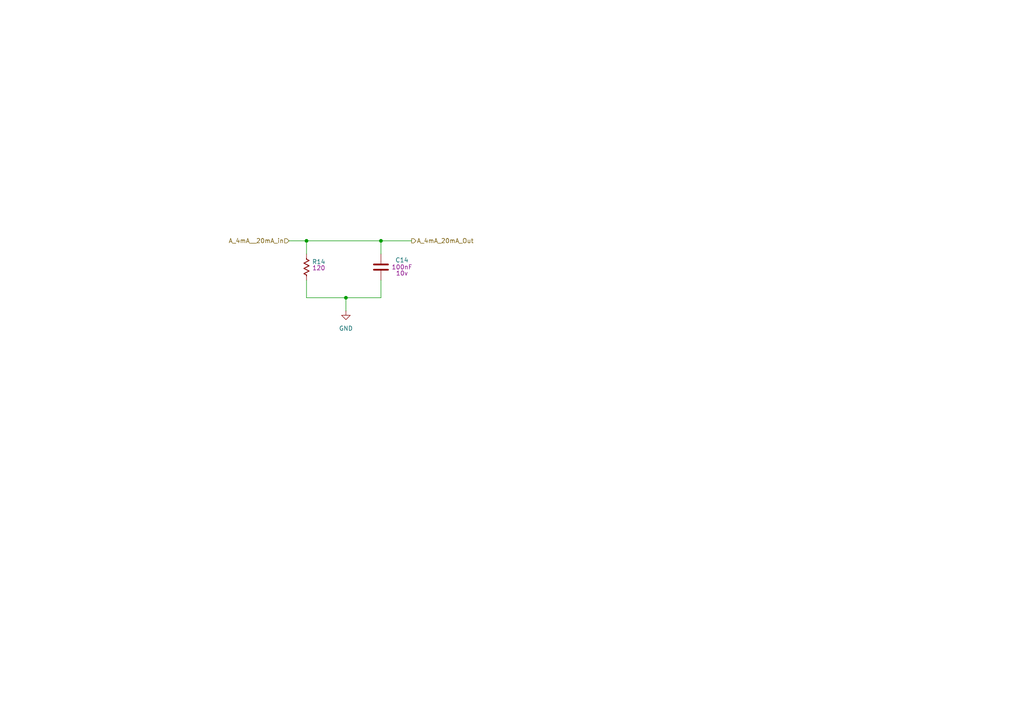
<source format=kicad_sch>
(kicad_sch (version 20250114) (generator "eeschema") (generator_version "9.0")
  (paper "A4")
  (lib_symbols
    (symbol "PCM_Capacitor_US_AKL:C_0603" (pin_numbers (hide yes)) (pin_names (offset 0.254))
      (property "Reference" "C" (at 0.635 2.54 0))
      (property "Value" "C_0603" (at 0.635 -2.54 0))
      (symbol "C_0603_0_1"
        (polyline (pts (xy -2.032 0.762) (xy 2.032 0.762)) (stroke (width 0.508)))
        (polyline (pts (xy -2.032 -0.762) (xy 2.032 -0.762)) (stroke (width 0.508)))
      )
      (symbol "C_0603_0_2"
        (polyline (pts (xy -2.54 -2.54) (xy -0.381 -0.381)))
        (polyline (pts (xy -0.508 -0.508) (xy -1.651 0.635)) (stroke (width 0.508)))
        (polyline (pts (xy -0.508 -0.508) (xy 0.635 -1.651)) (stroke (width 0.508)))
        (polyline (pts (xy 0.381 0.381) (xy 2.54 2.54)))
        (polyline (pts (xy 0.508 0.508) (xy -0.635 1.651)) (stroke (width 0.508)))
        (polyline (pts (xy 0.508 0.508) (xy 1.651 -0.635)) (stroke (width 0.508)))
      )
      (symbol "C_0603_1_1"
        (pin passive line (at 0 3.81 270) (length 2.794) (name "~") (number "1"))
        (pin passive line (at 0 -3.81 90) (length 2.794) (name "~") (number "2"))
      )
      (symbol "C_0603_1_2"
        (pin passive line (at -2.54 -2.54 90) (length 0) (name "~") (number "2"))
        (pin passive line (at 2.54 2.54 270) (length 0) (name "~") (number "1"))
      )
    )
    (symbol "PCM_Resistor_US_AKL:R_0603" (pin_numbers (hide yes)) (pin_names (offset 0))
      (property "Reference" "R" (at 2.54 1.27 0))
      (property "Value" "R_0603" (at 2.54 -1.27 0))
      (symbol "R_0603_0_1"
        (polyline (pts (xy 0 2.286) (xy 0 2.54)) (stroke (width 0.254)))
        (polyline (pts (xy 0 2.286) (xy 0.762 1.905) (xy -0.762 1.143) (xy 0 0.762) (xy 0.762 0.381) (xy 0 0) (xy -0.762 -0.381) (xy 0 -0.762) (xy 0.762 -1.143) (xy 0 -1.524) (xy -0.762 -1.905) (xy 0 -2.286)) (stroke (width 0.254)))
        (polyline (pts (xy 0 -2.286) (xy 0 -2.54)) (stroke (width 0.254)))
      )
      (symbol "R_0603_0_2"
        (polyline (pts (xy -2.54 -2.54) (xy -1.778 -1.778)))
        (polyline (pts (xy -1.778 -1.778) (xy -1.524 -1.524)) (stroke (width 0.254)))
        (polyline (pts (xy -1.524 -1.524) (xy -1.778 -0.762) (xy -1.016 -1.016)) (stroke (width 0.254)))
        (polyline (pts (xy -0.508 -0.508) (xy -0.762 0.254) (xy 0 0)) (stroke (width 0.254)))
        (polyline (pts (xy -0.508 -0.508) (xy -0.254 -1.27) (xy -1.016 -1.016)) (stroke (width 0.254)))
        (polyline (pts (xy 0.508 0.508) (xy 0.254 1.27) (xy 1.016 1.016)) (stroke (width 0.254)))
        (polyline (pts (xy 0.508 0.508) (xy 0.762 -0.254) (xy 0 0)) (stroke (width 0.254)))
        (polyline (pts (xy 1.524 1.524) (xy 1.778 0.762) (xy 1.016 1.016)) (stroke (width 0.254)))
        (polyline (pts (xy 1.778 1.778) (xy 1.524 1.524)) (stroke (width 0.254)))
        (polyline (pts (xy 1.778 1.778) (xy 2.54 2.54)))
      )
      (symbol "R_0603_1_1"
        (pin passive line (at 0 3.81 270) (length 1.27) (name "~") (number "1"))
        (pin passive line (at 0 -3.81 90) (length 1.27) (name "~") (number "2"))
      )
      (symbol "R_0603_1_2"
        (pin passive line (at -2.54 -2.54 0) (length 0) (name "") (number "2"))
        (pin passive line (at 2.54 2.54 180) (length 0) (name "") (number "1"))
      )
    )
    (symbol "power:GND" (power) (pin_numbers (hide yes)) (pin_names (offset 0) (hide yes))
      (property "Value" "GND" (at 0 -3.81 0))
      (symbol "GND_0_1"
        (polyline (pts (xy 0 0) (xy 0 -1.27) (xy 1.27 -1.27) (xy 0 -2.54) (xy -1.27 -1.27) (xy 0 -1.27)))
      )
      (symbol "GND_1_1"
        (pin power_in line (at 0 0 270) (length 0) (name "~") (number "1"))
      )
    )
  )
  (junction (at 100.33 86.36))
  (junction (at 110.49 69.85))
  (junction (at 88.9 69.85))
  (wire (pts (xy 88.9 81.28) (xy 88.9 86.36)))
  (wire (pts (xy 110.49 81.28) (xy 110.49 86.36)))
  (wire (pts (xy 110.49 69.85) (xy 88.9 69.85)))
  (wire (pts (xy 100.33 86.36) (xy 110.49 86.36)))
  (wire (pts (xy 88.9 73.66) (xy 88.9 69.85)))
  (wire (pts (xy 88.9 69.85) (xy 83.82 69.85)))
  (wire (pts (xy 100.33 86.36) (xy 100.33 90.17)))
  (wire (pts (xy 88.9 86.36) (xy 100.33 86.36)))
  (wire (pts (xy 110.49 69.85) (xy 110.49 73.66)))
  (wire (pts (xy 110.49 69.85) (xy 119.38 69.85)))
  (hierarchical_label "A_4mA__20mA_in" (shape input) (at 83.82 69.85 180))
  (hierarchical_label "A_4mA_20mA_Out" (shape output) (at 119.38 69.85 0))
  (symbol (lib_id "PCM_Capacitor_US_AKL:C_0603") (at 110.49 77.47 180) (unit 1)
    (property "Reference" "C14" (at 116.586 75.438 0))
    (property "Value" "C_0603" (effects (hide yes)))
    (property "Footprint" "PCM_Capacitor_SMD_AKL:C_0603_1608Metric" (effects (hide yes)))
    (property "Description" "SMD 0603 MLCC capacitor, Alternate KiCad Library" (effects (hide yes)))
    (property "Capacidad" "100nF" (at 116.586 77.47 0))
    (property "Voltaje" "10v" (at 116.586 79.248 0))
  )
  (symbol (lib_id "power:GND") (at 100.33 90.17 0) (unit 1)
    (property "Reference" "#PWR030" (effects (hide yes)))
    (property "Value" "GND" (at 100.33 95.25 0))
    (property "Description" "Power symbol creates a global label with name \"GND\" , ground" (effects (hide yes)))
  )
  (symbol (lib_id "PCM_Resistor_US_AKL:R_0603") (at 88.9 77.47 0) (unit 1)
    (property "Reference" "R14" (at 92.456 75.946 0))
    (property "Value" "R_0603" (effects (hide yes)))
    (property "Footprint" "PCM_Resistor_SMD_AKL:R_0603_1608Metric" (effects (hide yes)))
    (property "Description" "SMD 0603 Chip Resistor, US Symbol, Alternate KiCad Library" (effects (hide yes)))
    (property "Capacidad" "120" (at 92.456 77.724 0))
  )
)
</source>
